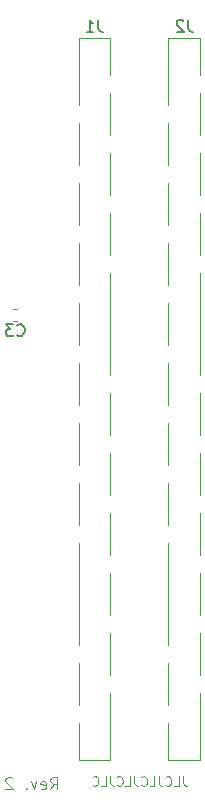
<source format=gbr>
%TF.GenerationSoftware,KiCad,Pcbnew,8.0.4+dfsg-1*%
%TF.CreationDate,2025-03-09T15:23:23+09:00*%
%TF.ProjectId,bionic-mc68hc08az0,62696f6e-6963-42d6-9d63-363868633038,2*%
%TF.SameCoordinates,Original*%
%TF.FileFunction,Legend,Bot*%
%TF.FilePolarity,Positive*%
%FSLAX46Y46*%
G04 Gerber Fmt 4.6, Leading zero omitted, Abs format (unit mm)*
G04 Created by KiCad (PCBNEW 8.0.4+dfsg-1) date 2025-03-09 15:23:23*
%MOMM*%
%LPD*%
G01*
G04 APERTURE LIST*
%ADD10C,0.100000*%
%ADD11C,0.150000*%
%ADD12C,0.120000*%
G04 APERTURE END LIST*
D10*
X92595238Y-142454495D02*
X92595238Y-143025923D01*
X92595238Y-143025923D02*
X92633333Y-143140209D01*
X92633333Y-143140209D02*
X92709524Y-143216400D01*
X92709524Y-143216400D02*
X92823809Y-143254495D01*
X92823809Y-143254495D02*
X92900000Y-143254495D01*
X91833333Y-143254495D02*
X92214285Y-143254495D01*
X92214285Y-143254495D02*
X92214285Y-142454495D01*
X91109523Y-143178304D02*
X91147619Y-143216400D01*
X91147619Y-143216400D02*
X91261904Y-143254495D01*
X91261904Y-143254495D02*
X91338095Y-143254495D01*
X91338095Y-143254495D02*
X91452381Y-143216400D01*
X91452381Y-143216400D02*
X91528571Y-143140209D01*
X91528571Y-143140209D02*
X91566666Y-143064019D01*
X91566666Y-143064019D02*
X91604762Y-142911638D01*
X91604762Y-142911638D02*
X91604762Y-142797352D01*
X91604762Y-142797352D02*
X91566666Y-142644971D01*
X91566666Y-142644971D02*
X91528571Y-142568780D01*
X91528571Y-142568780D02*
X91452381Y-142492590D01*
X91452381Y-142492590D02*
X91338095Y-142454495D01*
X91338095Y-142454495D02*
X91261904Y-142454495D01*
X91261904Y-142454495D02*
X91147619Y-142492590D01*
X91147619Y-142492590D02*
X91109523Y-142530685D01*
X90538095Y-142454495D02*
X90538095Y-143025923D01*
X90538095Y-143025923D02*
X90576190Y-143140209D01*
X90576190Y-143140209D02*
X90652381Y-143216400D01*
X90652381Y-143216400D02*
X90766666Y-143254495D01*
X90766666Y-143254495D02*
X90842857Y-143254495D01*
X89776190Y-143254495D02*
X90157142Y-143254495D01*
X90157142Y-143254495D02*
X90157142Y-142454495D01*
X89052380Y-143178304D02*
X89090476Y-143216400D01*
X89090476Y-143216400D02*
X89204761Y-143254495D01*
X89204761Y-143254495D02*
X89280952Y-143254495D01*
X89280952Y-143254495D02*
X89395238Y-143216400D01*
X89395238Y-143216400D02*
X89471428Y-143140209D01*
X89471428Y-143140209D02*
X89509523Y-143064019D01*
X89509523Y-143064019D02*
X89547619Y-142911638D01*
X89547619Y-142911638D02*
X89547619Y-142797352D01*
X89547619Y-142797352D02*
X89509523Y-142644971D01*
X89509523Y-142644971D02*
X89471428Y-142568780D01*
X89471428Y-142568780D02*
X89395238Y-142492590D01*
X89395238Y-142492590D02*
X89280952Y-142454495D01*
X89280952Y-142454495D02*
X89204761Y-142454495D01*
X89204761Y-142454495D02*
X89090476Y-142492590D01*
X89090476Y-142492590D02*
X89052380Y-142530685D01*
X88480952Y-142454495D02*
X88480952Y-143025923D01*
X88480952Y-143025923D02*
X88519047Y-143140209D01*
X88519047Y-143140209D02*
X88595238Y-143216400D01*
X88595238Y-143216400D02*
X88709523Y-143254495D01*
X88709523Y-143254495D02*
X88785714Y-143254495D01*
X87719047Y-143254495D02*
X88099999Y-143254495D01*
X88099999Y-143254495D02*
X88099999Y-142454495D01*
X86995237Y-143178304D02*
X87033333Y-143216400D01*
X87033333Y-143216400D02*
X87147618Y-143254495D01*
X87147618Y-143254495D02*
X87223809Y-143254495D01*
X87223809Y-143254495D02*
X87338095Y-143216400D01*
X87338095Y-143216400D02*
X87414285Y-143140209D01*
X87414285Y-143140209D02*
X87452380Y-143064019D01*
X87452380Y-143064019D02*
X87490476Y-142911638D01*
X87490476Y-142911638D02*
X87490476Y-142797352D01*
X87490476Y-142797352D02*
X87452380Y-142644971D01*
X87452380Y-142644971D02*
X87414285Y-142568780D01*
X87414285Y-142568780D02*
X87338095Y-142492590D01*
X87338095Y-142492590D02*
X87223809Y-142454495D01*
X87223809Y-142454495D02*
X87147618Y-142454495D01*
X87147618Y-142454495D02*
X87033333Y-142492590D01*
X87033333Y-142492590D02*
X86995237Y-142530685D01*
X86423809Y-142454495D02*
X86423809Y-143025923D01*
X86423809Y-143025923D02*
X86461904Y-143140209D01*
X86461904Y-143140209D02*
X86538095Y-143216400D01*
X86538095Y-143216400D02*
X86652380Y-143254495D01*
X86652380Y-143254495D02*
X86728571Y-143254495D01*
X85661904Y-143254495D02*
X86042856Y-143254495D01*
X86042856Y-143254495D02*
X86042856Y-142454495D01*
X84938094Y-143178304D02*
X84976190Y-143216400D01*
X84976190Y-143216400D02*
X85090475Y-143254495D01*
X85090475Y-143254495D02*
X85166666Y-143254495D01*
X85166666Y-143254495D02*
X85280952Y-143216400D01*
X85280952Y-143216400D02*
X85357142Y-143140209D01*
X85357142Y-143140209D02*
X85395237Y-143064019D01*
X85395237Y-143064019D02*
X85433333Y-142911638D01*
X85433333Y-142911638D02*
X85433333Y-142797352D01*
X85433333Y-142797352D02*
X85395237Y-142644971D01*
X85395237Y-142644971D02*
X85357142Y-142568780D01*
X85357142Y-142568780D02*
X85280952Y-142492590D01*
X85280952Y-142492590D02*
X85166666Y-142454495D01*
X85166666Y-142454495D02*
X85090475Y-142454495D01*
X85090475Y-142454495D02*
X84976190Y-142492590D01*
X84976190Y-142492590D02*
X84938094Y-142530685D01*
X81369887Y-143534819D02*
X81703220Y-143058628D01*
X81941315Y-143534819D02*
X81941315Y-142534819D01*
X81941315Y-142534819D02*
X81560363Y-142534819D01*
X81560363Y-142534819D02*
X81465125Y-142582438D01*
X81465125Y-142582438D02*
X81417506Y-142630057D01*
X81417506Y-142630057D02*
X81369887Y-142725295D01*
X81369887Y-142725295D02*
X81369887Y-142868152D01*
X81369887Y-142868152D02*
X81417506Y-142963390D01*
X81417506Y-142963390D02*
X81465125Y-143011009D01*
X81465125Y-143011009D02*
X81560363Y-143058628D01*
X81560363Y-143058628D02*
X81941315Y-143058628D01*
X80560363Y-143487200D02*
X80655601Y-143534819D01*
X80655601Y-143534819D02*
X80846077Y-143534819D01*
X80846077Y-143534819D02*
X80941315Y-143487200D01*
X80941315Y-143487200D02*
X80988934Y-143391961D01*
X80988934Y-143391961D02*
X80988934Y-143011009D01*
X80988934Y-143011009D02*
X80941315Y-142915771D01*
X80941315Y-142915771D02*
X80846077Y-142868152D01*
X80846077Y-142868152D02*
X80655601Y-142868152D01*
X80655601Y-142868152D02*
X80560363Y-142915771D01*
X80560363Y-142915771D02*
X80512744Y-143011009D01*
X80512744Y-143011009D02*
X80512744Y-143106247D01*
X80512744Y-143106247D02*
X80988934Y-143201485D01*
X80179410Y-142868152D02*
X79941315Y-143534819D01*
X79941315Y-143534819D02*
X79703220Y-142868152D01*
X79322267Y-143439580D02*
X79274648Y-143487200D01*
X79274648Y-143487200D02*
X79322267Y-143534819D01*
X79322267Y-143534819D02*
X79369886Y-143487200D01*
X79369886Y-143487200D02*
X79322267Y-143439580D01*
X79322267Y-143439580D02*
X79322267Y-143534819D01*
X78131791Y-142630057D02*
X78084172Y-142582438D01*
X78084172Y-142582438D02*
X77988934Y-142534819D01*
X77988934Y-142534819D02*
X77750839Y-142534819D01*
X77750839Y-142534819D02*
X77655601Y-142582438D01*
X77655601Y-142582438D02*
X77607982Y-142630057D01*
X77607982Y-142630057D02*
X77560363Y-142725295D01*
X77560363Y-142725295D02*
X77560363Y-142820533D01*
X77560363Y-142820533D02*
X77607982Y-142963390D01*
X77607982Y-142963390D02*
X78179410Y-143534819D01*
X78179410Y-143534819D02*
X77560363Y-143534819D01*
D11*
X93043333Y-78404819D02*
X93043333Y-79119104D01*
X93043333Y-79119104D02*
X93090952Y-79261961D01*
X93090952Y-79261961D02*
X93186190Y-79357200D01*
X93186190Y-79357200D02*
X93329047Y-79404819D01*
X93329047Y-79404819D02*
X93424285Y-79404819D01*
X92614761Y-78500057D02*
X92567142Y-78452438D01*
X92567142Y-78452438D02*
X92471904Y-78404819D01*
X92471904Y-78404819D02*
X92233809Y-78404819D01*
X92233809Y-78404819D02*
X92138571Y-78452438D01*
X92138571Y-78452438D02*
X92090952Y-78500057D01*
X92090952Y-78500057D02*
X92043333Y-78595295D01*
X92043333Y-78595295D02*
X92043333Y-78690533D01*
X92043333Y-78690533D02*
X92090952Y-78833390D01*
X92090952Y-78833390D02*
X92662380Y-79404819D01*
X92662380Y-79404819D02*
X92043333Y-79404819D01*
X78552166Y-105083780D02*
X78599785Y-105131400D01*
X78599785Y-105131400D02*
X78742642Y-105179019D01*
X78742642Y-105179019D02*
X78837880Y-105179019D01*
X78837880Y-105179019D02*
X78980737Y-105131400D01*
X78980737Y-105131400D02*
X79075975Y-105036161D01*
X79075975Y-105036161D02*
X79123594Y-104940923D01*
X79123594Y-104940923D02*
X79171213Y-104750447D01*
X79171213Y-104750447D02*
X79171213Y-104607590D01*
X79171213Y-104607590D02*
X79123594Y-104417114D01*
X79123594Y-104417114D02*
X79075975Y-104321876D01*
X79075975Y-104321876D02*
X78980737Y-104226638D01*
X78980737Y-104226638D02*
X78837880Y-104179019D01*
X78837880Y-104179019D02*
X78742642Y-104179019D01*
X78742642Y-104179019D02*
X78599785Y-104226638D01*
X78599785Y-104226638D02*
X78552166Y-104274257D01*
X78218832Y-104179019D02*
X77599785Y-104179019D01*
X77599785Y-104179019D02*
X77933118Y-104559971D01*
X77933118Y-104559971D02*
X77790261Y-104559971D01*
X77790261Y-104559971D02*
X77695023Y-104607590D01*
X77695023Y-104607590D02*
X77647404Y-104655209D01*
X77647404Y-104655209D02*
X77599785Y-104750447D01*
X77599785Y-104750447D02*
X77599785Y-104988542D01*
X77599785Y-104988542D02*
X77647404Y-105083780D01*
X77647404Y-105083780D02*
X77695023Y-105131400D01*
X77695023Y-105131400D02*
X77790261Y-105179019D01*
X77790261Y-105179019D02*
X78075975Y-105179019D01*
X78075975Y-105179019D02*
X78171213Y-105131400D01*
X78171213Y-105131400D02*
X78218832Y-105083780D01*
X85423333Y-78404819D02*
X85423333Y-79119104D01*
X85423333Y-79119104D02*
X85470952Y-79261961D01*
X85470952Y-79261961D02*
X85566190Y-79357200D01*
X85566190Y-79357200D02*
X85709047Y-79404819D01*
X85709047Y-79404819D02*
X85804285Y-79404819D01*
X84423333Y-79404819D02*
X84994761Y-79404819D01*
X84709047Y-79404819D02*
X84709047Y-78404819D01*
X84709047Y-78404819D02*
X84804285Y-78547676D01*
X84804285Y-78547676D02*
X84899523Y-78642914D01*
X84899523Y-78642914D02*
X84994761Y-78690533D01*
D12*
%TO.C,J2*%
X91359200Y-80520000D02*
X91359200Y-79950000D01*
X91359200Y-85600000D02*
X91359200Y-80520000D01*
X91359200Y-90680000D02*
X91359200Y-87120000D01*
X91359200Y-95760000D02*
X91359200Y-92200000D01*
X91359200Y-100840000D02*
X91359200Y-97280000D01*
X91359200Y-105920000D02*
X91359200Y-102360000D01*
X91359200Y-111000000D02*
X91359200Y-107440000D01*
X91359200Y-116080000D02*
X91359200Y-112520000D01*
X91359200Y-121160000D02*
X91359200Y-117600000D01*
X91359200Y-127760000D02*
X91359200Y-122680000D01*
X91359200Y-131320000D02*
X91359200Y-127760000D01*
X91359200Y-136400000D02*
X91359200Y-132840000D01*
X91359200Y-141030000D02*
X91359200Y-137920000D01*
X94019200Y-79950000D02*
X91359200Y-79950000D01*
X94019200Y-83060000D02*
X94019200Y-79950000D01*
X94019200Y-88140000D02*
X94019200Y-84580000D01*
X94019200Y-93220000D02*
X94019200Y-89660000D01*
X94019200Y-98300000D02*
X94019200Y-94740000D01*
X94019200Y-104900000D02*
X94019200Y-99820000D01*
X94019200Y-108460000D02*
X94019200Y-104900000D01*
X94019200Y-113540000D02*
X94019200Y-109980000D01*
X94019200Y-118620000D02*
X94019200Y-115060000D01*
X94019200Y-123700000D02*
X94019200Y-120140000D01*
X94019200Y-128780000D02*
X94019200Y-125220000D01*
X94019200Y-133860000D02*
X94019200Y-130300000D01*
X94019200Y-140460000D02*
X94019200Y-135380000D01*
X94019200Y-141030000D02*
X91359200Y-141030000D01*
X94019200Y-141030000D02*
X94019200Y-140460000D01*
%TO.C,C3*%
X78213833Y-102893400D02*
X78506367Y-102893400D01*
X78213833Y-103913400D02*
X78506367Y-103913400D01*
%TO.C,J1*%
X83780800Y-82040000D02*
X83780800Y-79950000D01*
X83780800Y-85600000D02*
X83780800Y-82040000D01*
X83780800Y-90680000D02*
X83780800Y-87120000D01*
X83780800Y-95760000D02*
X83780800Y-92200000D01*
X83780800Y-100840000D02*
X83780800Y-97280000D01*
X83780800Y-105920000D02*
X83780800Y-102360000D01*
X83780800Y-111000000D02*
X83780800Y-107440000D01*
X83780800Y-116080000D02*
X83780800Y-112520000D01*
X83780800Y-121160000D02*
X83780800Y-117600000D01*
X83780800Y-127760000D02*
X83780800Y-122680000D01*
X83780800Y-131320000D02*
X83780800Y-127760000D01*
X83780800Y-136400000D02*
X83780800Y-132840000D01*
X83780800Y-141030000D02*
X83780800Y-137920000D01*
X86440800Y-79950000D02*
X83780800Y-79950000D01*
X86440800Y-83060000D02*
X86440800Y-79950000D01*
X86440800Y-88140000D02*
X86440800Y-84580000D01*
X86440800Y-93220000D02*
X86440800Y-89660000D01*
X86440800Y-98300000D02*
X86440800Y-94740000D01*
X86440800Y-104900000D02*
X86440800Y-99820000D01*
X86440800Y-108460000D02*
X86440800Y-104900000D01*
X86440800Y-113540000D02*
X86440800Y-109980000D01*
X86440800Y-118620000D02*
X86440800Y-115060000D01*
X86440800Y-123700000D02*
X86440800Y-120140000D01*
X86440800Y-128780000D02*
X86440800Y-125220000D01*
X86440800Y-133860000D02*
X86440800Y-130300000D01*
X86440800Y-140460000D02*
X86440800Y-135380000D01*
X86440800Y-141030000D02*
X83780800Y-141030000D01*
X86440800Y-141030000D02*
X86440800Y-140460000D01*
%TD*%
M02*

</source>
